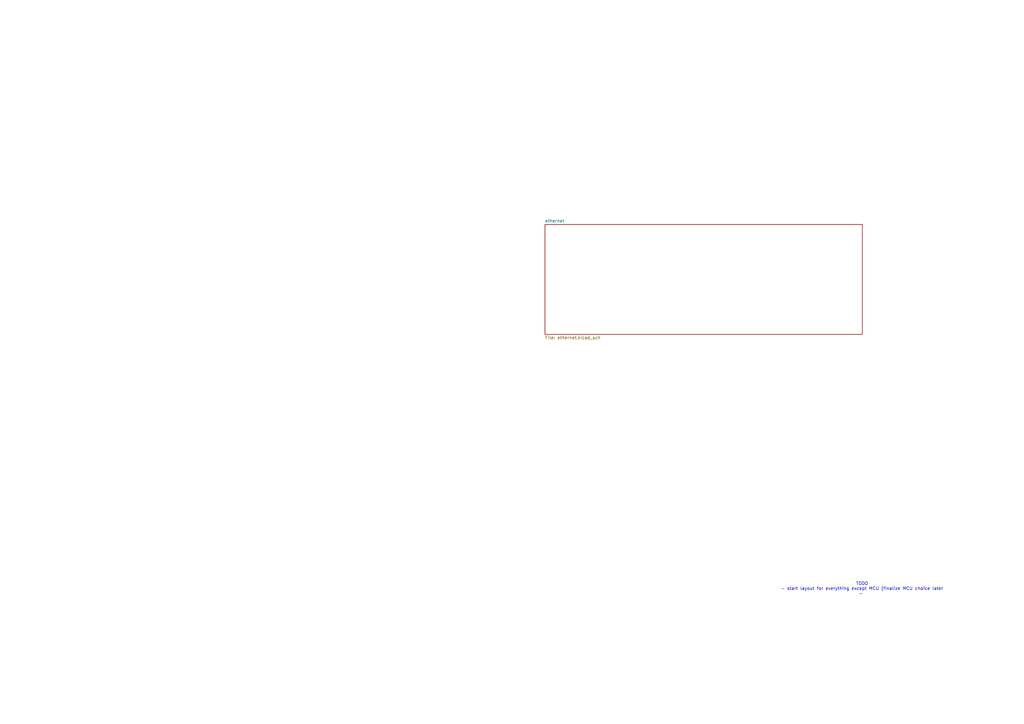
<source format=kicad_sch>
(kicad_sch
	(version 20250114)
	(generator "eeschema")
	(generator_version "9.0")
	(uuid "76772572-b362-4118-b78b-51107c850acd")
	(paper "A3")
	(lib_symbols)
	(text "TODO\n- start layout for everything except MCU (finalize MCU choice later\n- "
		(exclude_from_sim no)
		(at 353.568 241.554 0)
		(effects
			(font
				(size 1.27 1.27)
			)
		)
		(uuid "9976fc29-85ab-4e0a-80cc-3d679e877642")
	)
	(sheet
		(at 223.52 92.075)
		(size 130.175 45.085)
		(exclude_from_sim no)
		(in_bom yes)
		(on_board yes)
		(dnp no)
		(fields_autoplaced yes)
		(stroke
			(width 0.1524)
			(type solid)
		)
		(fill
			(color 0 0 0 0.0000)
		)
		(uuid "fd4618a1-e6f3-40dd-89a1-dab390a2f342")
		(property "Sheetname" "ethernet"
			(at 223.52 91.3634 0)
			(effects
				(font
					(size 1.27 1.27)
				)
				(justify left bottom)
			)
		)
		(property "Sheetfile" "ethernet.kicad_sch"
			(at 223.52 137.7446 0)
			(effects
				(font
					(size 1.27 1.27)
				)
				(justify left top)
			)
		)
		(instances
			(project "tdm2ethernet1"
				(path "/76772572-b362-4118-b78b-51107c850acd"
					(page "2")
				)
			)
		)
	)
	(sheet_instances
		(path "/"
			(page "1")
		)
	)
	(embedded_fonts no)
)

</source>
